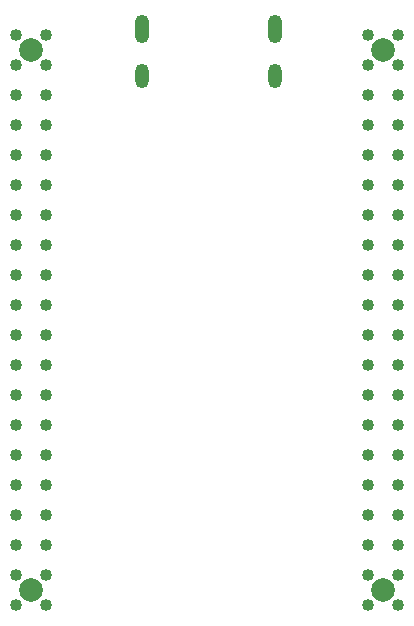
<source format=gbr>
G04 #@! TF.GenerationSoftware,KiCad,Pcbnew,7.0.9-7.0.9~ubuntu22.04.1*
G04 #@! TF.CreationDate,2023-12-06T03:49:37-05:00*
G04 #@! TF.ProjectId,caravel-breakout-fpga-ICE40UP5K-TT3,63617261-7665-46c2-9d62-7265616b6f75,1.0*
G04 #@! TF.SameCoordinates,PX2dc6c00PY42c1d80*
G04 #@! TF.FileFunction,Soldermask,Bot*
G04 #@! TF.FilePolarity,Negative*
%FSLAX46Y46*%
G04 Gerber Fmt 4.6, Leading zero omitted, Abs format (unit mm)*
G04 Created by KiCad (PCBNEW 7.0.9-7.0.9~ubuntu22.04.1) date 2023-12-06 03:49:37*
%MOMM*%
%LPD*%
G01*
G04 APERTURE LIST*
%ADD10C,1.020000*%
%ADD11C,2.000000*%
%ADD12O,1.250000X2.400000*%
%ADD13O,1.180000X2.080000*%
G04 APERTURE END LIST*
D10*
X6330000Y2120000D03*
X8870000Y2120000D03*
D11*
X7600000Y3390000D03*
D10*
X6330000Y4660000D03*
X8870000Y4660000D03*
X6330000Y7200000D03*
X8870000Y7200000D03*
X6330000Y9740000D03*
X8870000Y9740000D03*
X6330000Y12280000D03*
X8870000Y12280000D03*
X6330000Y14820000D03*
X8870000Y14820000D03*
X6330000Y17360000D03*
X8870000Y17360000D03*
X6330000Y19900000D03*
X8870000Y19900000D03*
X6330000Y22440000D03*
X8870000Y22440000D03*
X6330000Y24980000D03*
X8870000Y24980000D03*
X6330000Y27520000D03*
X8870000Y27520000D03*
X6330000Y30060000D03*
X8870000Y30060000D03*
X6330000Y32600000D03*
X8870000Y32600000D03*
X6330000Y35140000D03*
X8870000Y35140000D03*
X6330000Y37680000D03*
X8870000Y37680000D03*
X6330000Y40220000D03*
X8870000Y40220000D03*
X6330000Y42760000D03*
X8870000Y42760000D03*
X6330000Y45300000D03*
X8870000Y45300000D03*
X6330000Y47840000D03*
X8870000Y47840000D03*
D11*
X7600000Y49110000D03*
D10*
X6330000Y50380000D03*
X8870000Y50380000D03*
D12*
X28240000Y50900000D03*
D13*
X17000000Y46900000D03*
X28240000Y46900000D03*
D12*
X17000000Y50900000D03*
D10*
X36130000Y2120000D03*
X38670000Y2120000D03*
D11*
X37400000Y3390000D03*
D10*
X36130000Y4660000D03*
X38670000Y4660000D03*
X36130000Y7200000D03*
X38670000Y7200000D03*
X36130000Y9740000D03*
X38670000Y9740000D03*
X36130000Y12280000D03*
X38670000Y12280000D03*
X36130000Y14820000D03*
X38670000Y14820000D03*
X36130000Y17360000D03*
X38670000Y17360000D03*
X36130000Y19900000D03*
X38670000Y19900000D03*
X36130000Y22440000D03*
X38670000Y22440000D03*
X36130000Y24980000D03*
X38670000Y24980000D03*
X36130000Y27520000D03*
X38670000Y27520000D03*
X36130000Y30060000D03*
X38670000Y30060000D03*
X36130000Y32600000D03*
X38670000Y32600000D03*
X36130000Y35140000D03*
X38670000Y35140000D03*
X36130000Y37680000D03*
X38670000Y37680000D03*
X36130000Y40220000D03*
X38670000Y40220000D03*
X36130000Y42760000D03*
X38670000Y42760000D03*
X36130000Y45300000D03*
X38670000Y45300000D03*
X36130000Y47840000D03*
X38670000Y47840000D03*
D11*
X37400000Y49110000D03*
D10*
X36130000Y50380000D03*
X38670000Y50380000D03*
M02*

</source>
